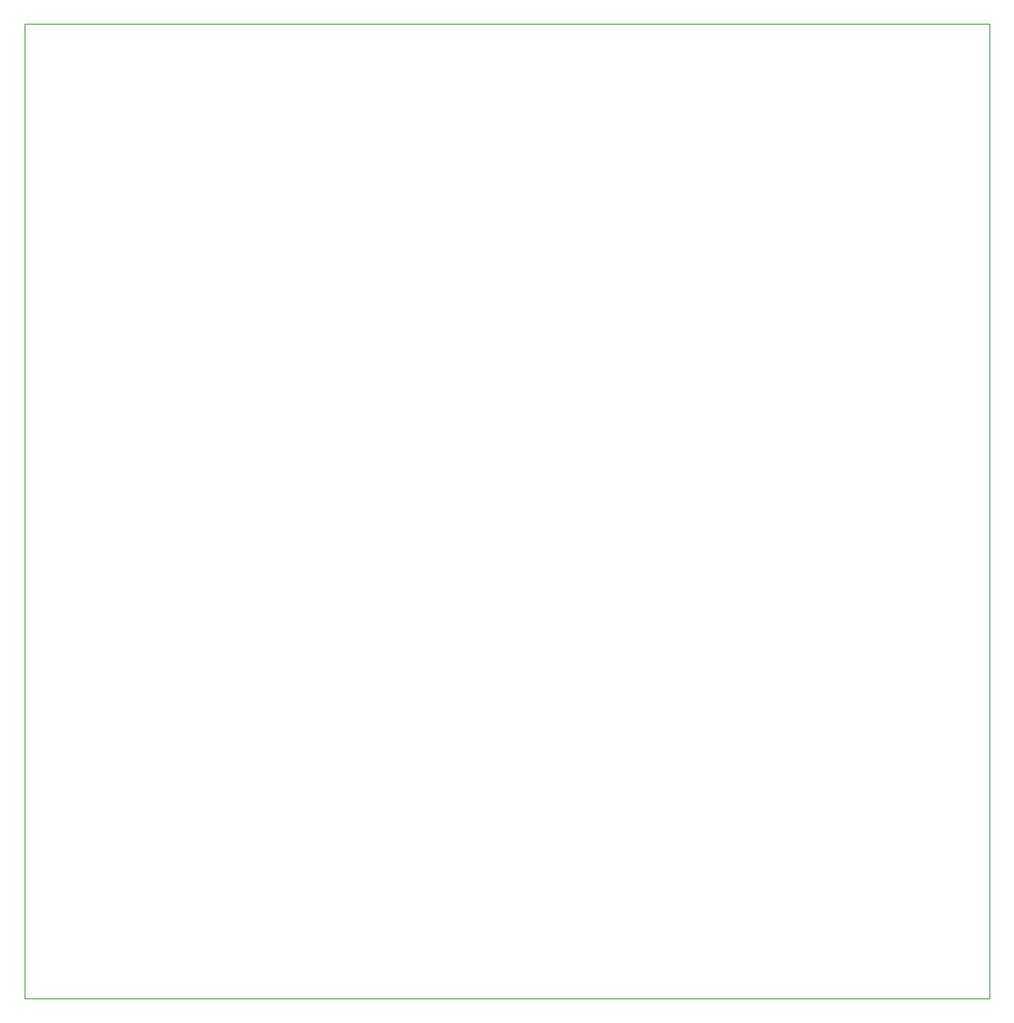
<source format=gbr>
%TF.GenerationSoftware,KiCad,Pcbnew,8.0.4*%
%TF.CreationDate,2024-10-22T18:55:11-05:00*%
%TF.ProjectId,PCB_split,5043425f-7370-46c6-9974-2e6b69636164,rev?*%
%TF.SameCoordinates,Original*%
%TF.FileFunction,Profile,NP*%
%FSLAX46Y46*%
G04 Gerber Fmt 4.6, Leading zero omitted, Abs format (unit mm)*
G04 Created by KiCad (PCBNEW 8.0.4) date 2024-10-22 18:55:11*
%MOMM*%
%LPD*%
G01*
G04 APERTURE LIST*
%TA.AperFunction,Profile*%
%ADD10C,0.050000*%
%TD*%
G04 APERTURE END LIST*
D10*
X87757000Y-31623000D02*
X187452000Y-31623000D01*
X187452000Y-132334000D01*
X87757000Y-132334000D01*
X87757000Y-31623000D01*
M02*

</source>
